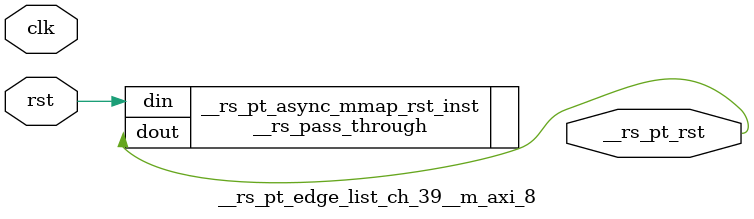
<source format=v>
`timescale 1 ns / 1 ps
/**   Generated by RapidStream   **/
module __rs_pt_edge_list_ch_39__m_axi_8 #(
    parameter BufferSize         = 32,
    parameter BufferSizeLog      = 5,
    parameter AddrWidth          = 64,
    parameter AxiSideAddrWidth   = 64,
    parameter DataWidth          = 512,
    parameter DataWidthBytesLog  = 6,
    parameter WaitTimeWidth      = 4,
    parameter BurstLenWidth      = 8,
    parameter EnableReadChannel  = 1,
    parameter EnableWriteChannel = 1,
    parameter MaxWaitTime        = 3,
    parameter MaxBurstLen        = 15
) (
    output wire __rs_pt_rst,
    input wire  clk,
    input wire  rst
);




__rs_pass_through #(
    .WIDTH (1)
) __rs_pt_async_mmap_rst_inst /**   Generated by RapidStream   **/ (
    .din  (rst),
    .dout (__rs_pt_rst)
);

endmodule  // __rs_pt_edge_list_ch_39__m_axi_8
</source>
